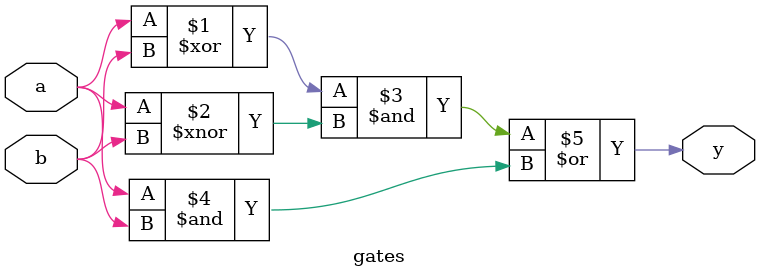
<source format=v>
`timescale 1ns / 1ps
module gates(
input a,b,
output y
    );
 //  ARCHITECHTURE DEFINATION   

// example : y=(a xor b).(a xnor b) +ab

assign y= (a^b)&(a~^b)|(a&b);
//assign  y= a&b;// BEHAVIOURIAL APPROACH FOR MODULE DEFINITION



//and u1(y,a,b);

//Examples | -OR
//         ~ - NOT
//         ^ - XOR
 //         ~^ -XNOR
 //         ~| - NOR 
 //         ~& - NAND 
endmodule

</source>
